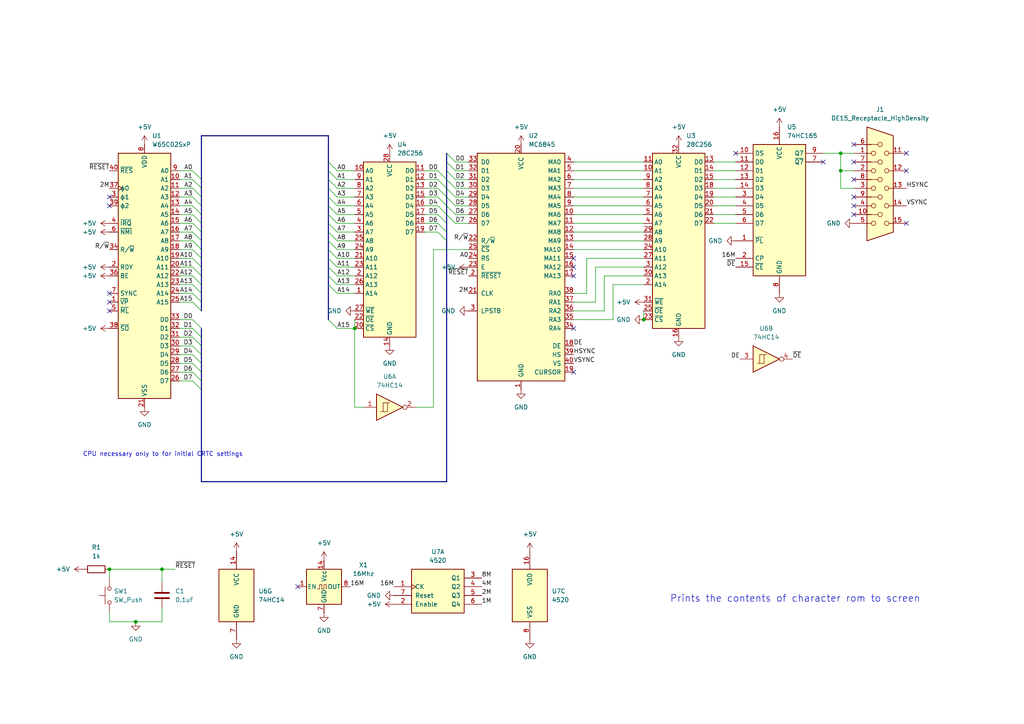
<source format=kicad_sch>
(kicad_sch (version 20231120) (generator "eeschema") (generator_version "8.0")
  (paper "A4")
  (lib_symbols
    (symbol "4xxx:4520" (pin_names (offset 1.016))
      (property "Reference" "U" (at -7.62 8.89 0))
      (property "Value" "4520" (at -7.62 -8.89 0))
      (symbol "4520_1_0"
        (pin input clock (at -12.7 0 0) (length 5.08) (name "CK") (number "1"))
        (pin input line (at -12.7 -5.08 0) (length 5.08) (name "Enable") (number "2"))
        (pin output line (at 12.7 2.54 180) (length 5.08) (name "Q1") (number "3"))
        (pin output line (at 12.7 0 180) (length 5.08) (name "Q2") (number "4"))
        (pin output line (at 12.7 -2.54 180) (length 5.08) (name "Q3") (number "5"))
        (pin output line (at 12.7 -5.08 180) (length 5.08) (name "Q4") (number "6"))
        (pin input line (at -12.7 -2.54 0) (length 5.08) (name "Reset") (number "7"))
      )
      (symbol "4520_1_1"
        (rectangle (start -7.62 5.08) (end 7.62 -7.62) (stroke (width 0.254)) (fill (type background)))
      )
      (symbol "4520_2_0"
        (pin input line (at -12.7 -5.08 0) (length 5.08) (name "Enable") (number "10"))
        (pin output line (at 12.7 2.54 180) (length 5.08) (name "Q1") (number "11"))
        (pin output line (at 12.7 0 180) (length 5.08) (name "Q2") (number "12"))
        (pin output line (at 12.7 -2.54 180) (length 5.08) (name "Q3") (number "13"))
        (pin output line (at 12.7 -5.08 180) (length 5.08) (name "Q4") (number "14"))
        (pin input line (at -12.7 -2.54 0) (length 5.08) (name "Reset") (number "15"))
        (pin input clock (at -12.7 0 0) (length 5.08) (name "CK") (number "9"))
      )
      (symbol "4520_2_1"
        (rectangle (start -7.62 5.08) (end 7.62 -7.62) (stroke (width 0.254)) (fill (type background)))
      )
      (symbol "4520_3_0"
        (pin power_in line (at 0 12.7 270) (length 5.08) (name "VDD") (number "16"))
        (pin power_in line (at 0 -12.7 90) (length 5.08) (name "VSS") (number "8"))
      )
      (symbol "4520_3_1"
        (rectangle (start -5.08 7.62) (end 5.08 -7.62) (stroke (width 0.254)) (fill (type background)))
      )
    )
    (symbol "74xx:74HC14" (pin_names (offset 1.016))
      (property "Reference" "U" (at 0 1.27 0))
      (property "Value" "74HC14" (at 0 -1.27 0))
      (symbol "74HC14_1_0"
        (polyline (pts (xy -3.81 3.81) (xy -3.81 -3.81) (xy 3.81 0) (xy -3.81 3.81)) (stroke (width 0.254)) (fill (type background)))
        (pin input line (at -7.62 0 0) (length 3.81) (name "~") (number "1"))
        (pin output inverted (at 7.62 0 180) (length 3.81) (name "~") (number "2"))
      )
      (symbol "74HC14_1_1"
        (polyline (pts (xy -1.905 -1.27) (xy -1.905 1.27) (xy -0.635 1.27)))
        (polyline (pts (xy -2.54 -1.27) (xy -0.635 -1.27) (xy -0.635 1.27) (xy 0 1.27)))
      )
      (symbol "74HC14_2_0"
        (polyline (pts (xy -3.81 3.81) (xy -3.81 -3.81) (xy 3.81 0) (xy -3.81 3.81)) (stroke (width 0.254)) (fill (type background)))
        (pin input line (at -7.62 0 0) (length 3.81) (name "~") (number "3"))
        (pin output inverted (at 7.62 0 180) (length 3.81) (name "~") (number "4"))
      )
      (symbol "74HC14_2_1"
        (polyline (pts (xy -1.905 -1.27) (xy -1.905 1.27) (xy -0.635 1.27)))
        (polyline (pts (xy -2.54 -1.27) (xy -0.635 -1.27) (xy -0.635 1.27) (xy 0 1.27)))
      )
      (symbol "74HC14_3_0"
        (polyline (pts (xy -3.81 3.81) (xy -3.81 -3.81) (xy 3.81 0) (xy -3.81 3.81)) (stroke (width 0.254)) (fill (type background)))
        (pin input line (at -7.62 0 0) (length 3.81) (name "~") (number "5"))
        (pin output inverted (at 7.62 0 180) (length 3.81) (name "~") (number "6"))
      )
      (symbol "74HC14_3_1"
        (polyline (pts (xy -1.905 -1.27) (xy -1.905 1.27) (xy -0.635 1.27)))
        (polyline (pts (xy -2.54 -1.27) (xy -0.635 -1.27) (xy -0.635 1.27) (xy 0 1.27)))
      )
      (symbol "74HC14_4_0"
        (polyline (pts (xy -3.81 3.81) (xy -3.81 -3.81) (xy 3.81 0) (xy -3.81 3.81)) (stroke (width 0.254)) (fill (type background)))
        (pin output inverted (at 7.62 0 180) (length 3.81) (name "~") (number "8"))
        (pin input line (at -7.62 0 0) (length 3.81) (name "~") (number "9"))
      )
      (symbol "74HC14_4_1"
        (polyline (pts (xy -1.905 -1.27) (xy -1.905 1.27) (xy -0.635 1.27)))
        (polyline (pts (xy -2.54 -1.27) (xy -0.635 -1.27) (xy -0.635 1.27) (xy 0 1.27)))
      )
      (symbol "74HC14_5_0"
        (polyline (pts (xy -3.81 3.81) (xy -3.81 -3.81) (xy 3.81 0) (xy -3.81 3.81)) (stroke (width 0.254)) (fill (type background)))
        (pin output inverted (at 7.62 0 180) (length 3.81) (name "~") (number "10"))
        (pin input line (at -7.62 0 0) (length 3.81) (name "~") (number "11"))
      )
      (symbol "74HC14_5_1"
        (polyline (pts (xy -1.905 -1.27) (xy -1.905 1.27) (xy -0.635 1.27)))
        (polyline (pts (xy -2.54 -1.27) (xy -0.635 -1.27) (xy -0.635 1.27) (xy 0 1.27)))
      )
      (symbol "74HC14_6_0"
        (polyline (pts (xy -3.81 3.81) (xy -3.81 -3.81) (xy 3.81 0) (xy -3.81 3.81)) (stroke (width 0.254)) (fill (type background)))
        (pin output inverted (at 7.62 0 180) (length 3.81) (name "~") (number "12"))
        (pin input line (at -7.62 0 0) (length 3.81) (name "~") (number "13"))
      )
      (symbol "74HC14_6_1"
        (polyline (pts (xy -1.905 -1.27) (xy -1.905 1.27) (xy -0.635 1.27)))
        (polyline (pts (xy -2.54 -1.27) (xy -0.635 -1.27) (xy -0.635 1.27) (xy 0 1.27)))
      )
      (symbol "74HC14_7_0"
        (pin power_in line (at 0 12.7 270) (length 5.08) (name "VCC") (number "14"))
        (pin power_in line (at 0 -12.7 90) (length 5.08) (name "GND") (number "7"))
      )
      (symbol "74HC14_7_1"
        (rectangle (start -5.08 7.62) (end 5.08 -7.62) (stroke (width 0.254)) (fill (type background)))
      )
    )
    (symbol "74xx:74HC165"
      (property "Reference" "U" (at -7.62 19.05 0))
      (property "Value" "74HC165" (at -7.62 -21.59 0))
      (symbol "74HC165_1_0"
        (pin input line (at -12.7 -10.16 0) (length 5.08) (name "~{PL}") (number "1"))
        (pin input line (at -12.7 15.24 0) (length 5.08) (name "DS") (number "10"))
        (pin input line (at -12.7 12.7 0) (length 5.08) (name "D0") (number "11"))
        (pin input line (at -12.7 10.16 0) (length 5.08) (name "D1") (number "12"))
        (pin input line (at -12.7 7.62 0) (length 5.08) (name "D2") (number "13"))
        (pin input line (at -12.7 5.08 0) (length 5.08) (name "D3") (number "14"))
        (pin input line (at -12.7 -17.78 0) (length 5.08) (name "~{CE}") (number "15"))
        (pin power_in line (at 0 22.86 270) (length 5.08) (name "VCC") (number "16"))
        (pin input line (at -12.7 -15.24 0) (length 5.08) (name "CP") (number "2"))
        (pin input line (at -12.7 2.54 0) (length 5.08) (name "D4") (number "3"))
        (pin input line (at -12.7 0 0) (length 5.08) (name "D5") (number "4"))
        (pin input line (at -12.7 -2.54 0) (length 5.08) (name "D6") (number "5"))
        (pin input line (at -12.7 -5.08 0) (length 5.08) (name "D7") (number "6"))
        (pin output line (at 12.7 12.7 180) (length 5.08) (name "~{Q7}") (number "7"))
        (pin power_in line (at 0 -25.4 90) (length 5.08) (name "GND") (number "8"))
        (pin output line (at 12.7 15.24 180) (length 5.08) (name "Q7") (number "9"))
      )
      (symbol "74HC165_1_1"
        (rectangle (start -7.62 17.78) (end 7.62 -20.32) (stroke (width 0.254)) (fill (type background)))
      )
    )
    (symbol "Connector:DE15_Receptacle_HighDensity" (pin_names (offset 1.016) hide)
      (property "Reference" "J" (at 0 21.59 0))
      (property "Value" "DE15_Receptacle_HighDensity" (at 0 19.05 0))
      (symbol "DE15_Receptacle_HighDensity_0_1"
        (circle (center -1.905 -10.16) (radius 0.635))
        (circle (center -1.905 -5.08) (radius 0.635))
        (circle (center -1.905 0) (radius 0.635))
        (circle (center -1.905 5.08) (radius 0.635))
        (circle (center -1.905 10.16) (radius 0.635))
        (circle (center 0 -7.62) (radius 0.635))
        (circle (center 0 -2.54) (radius 0.635))
        (polyline (pts (xy -3.175 7.62) (xy -0.635 7.62)))
        (polyline (pts (xy -0.635 -7.62) (xy -3.175 -7.62)))
        (polyline (pts (xy -0.635 -2.54) (xy -3.175 -2.54)))
        (polyline (pts (xy -0.635 2.54) (xy -3.175 2.54)))
        (polyline (pts (xy -0.635 12.7) (xy -3.175 12.7)))
        (polyline (pts (xy -3.81 17.78) (xy -3.81 -15.24) (xy 3.81 -12.7) (xy 3.81 15.24) (xy -3.81 17.78)) (stroke (width 0.254)) (fill (type background)))
        (circle (center 0 2.54) (radius 0.635))
        (circle (center 0 7.62) (radius 0.635))
        (circle (center 0 12.7) (radius 0.635))
        (circle (center 1.905 -10.16) (radius 0.635))
        (circle (center 1.905 -5.08) (radius 0.635))
        (circle (center 1.905 0) (radius 0.635))
        (circle (center 1.905 5.08) (radius 0.635))
        (circle (center 1.905 10.16) (radius 0.635))
      )
      (symbol "DE15_Receptacle_HighDensity_1_1"
        (pin passive line (at -7.62 10.16 0) (length 5.08) (name "~") (number "1"))
        (pin passive line (at -7.62 -7.62 0) (length 5.08) (name "~") (number "10"))
        (pin passive line (at 7.62 10.16 180) (length 5.08) (name "~") (number "11"))
        (pin passive line (at 7.62 5.08 180) (length 5.08) (name "~") (number "12"))
        (pin passive line (at 7.62 0 180) (length 5.08) (name "~") (number "13"))
        (pin passive line (at 7.62 -5.08 180) (length 5.08) (name "~") (number "14"))
        (pin passive line (at 7.62 -10.16 180) (length 5.08) (name "~") (number "15"))
        (pin passive line (at -7.62 5.08 0) (length 5.08) (name "~") (number "2"))
        (pin passive line (at -7.62 0 0) (length 5.08) (name "~") (number "3"))
        (pin passive line (at -7.62 -5.08 0) (length 5.08) (name "~") (number "4"))
        (pin passive line (at -7.62 -10.16 0) (length 5.08) (name "~") (number "5"))
        (pin passive line (at -7.62 12.7 0) (length 5.08) (name "~") (number "6"))
        (pin passive line (at -7.62 7.62 0) (length 5.08) (name "~") (number "7"))
        (pin passive line (at -7.62 2.54 0) (length 5.08) (name "~") (number "8"))
        (pin passive line (at -7.62 -2.54 0) (length 5.08) (name "~") (number "9"))
      )
    )
    (symbol "Device:C" (pin_numbers hide) (pin_names (offset 0.254))
      (property "Reference" "C" (at 0.635 2.54 0))
      (property "Value" "C" (at 0.635 -2.54 0))
      (symbol "C_0_1"
        (polyline (pts (xy -2.032 -0.762) (xy 2.032 -0.762)) (stroke (width 0.508)))
        (polyline (pts (xy -2.032 0.762) (xy 2.032 0.762)) (stroke (width 0.508)))
      )
      (symbol "C_1_1"
        (pin passive line (at 0 3.81 270) (length 2.794) (name "~") (number "1"))
        (pin passive line (at 0 -3.81 90) (length 2.794) (name "~") (number "2"))
      )
    )
    (symbol "Device:R" (pin_numbers hide) (pin_names (offset 0))
      (property "Reference" "R" (at 2.032 0 90))
      (property "Value" "R" (at 0 0 90))
      (symbol "R_0_1"
        (rectangle (start -1.016 -2.54) (end 1.016 2.54) (stroke (width 0.254)))
      )
      (symbol "R_1_1"
        (pin passive line (at 0 3.81 270) (length 1.27) (name "~") (number "1"))
        (pin passive line (at 0 -3.81 90) (length 1.27) (name "~") (number "2"))
      )
    )
    (symbol "Memory_EEPROM:28C256"
      (property "Reference" "U" (at -7.62 26.67 0))
      (property "Value" "28C256" (at 2.54 -26.67 0))
      (symbol "28C256_1_1"
        (rectangle (start -7.62 25.4) (end 7.62 -25.4) (stroke (width 0.254)) (fill (type background)))
        (pin input line (at -10.16 -12.7 0) (length 2.54) (name "A14") (number "1"))
        (pin input line (at -10.16 22.86 0) (length 2.54) (name "A0") (number "10"))
        (pin tri_state line (at 10.16 22.86 180) (length 2.54) (name "D0") (number "11"))
        (pin tri_state line (at 10.16 20.32 180) (length 2.54) (name "D1") (number "12"))
        (pin tri_state line (at 10.16 17.78 180) (length 2.54) (name "D2") (number "13"))
        (pin power_in line (at 0 -27.94 90) (length 2.54) (name "GND") (number "14"))
        (pin tri_state line (at 10.16 15.24 180) (length 2.54) (name "D3") (number "15"))
        (pin tri_state line (at 10.16 12.7 180) (length 2.54) (name "D4") (number "16"))
        (pin tri_state line (at 10.16 10.16 180) (length 2.54) (name "D5") (number "17"))
        (pin tri_state line (at 10.16 7.62 180) (length 2.54) (name "D6") (number "18"))
        (pin tri_state line (at 10.16 5.08 180) (length 2.54) (name "D7") (number "19"))
        (pin input line (at -10.16 -7.62 0) (length 2.54) (name "A12") (number "2"))
        (pin input line (at -10.16 -22.86 0) (length 2.54) (name "~{CS}") (number "20"))
        (pin input line (at -10.16 -2.54 0) (length 2.54) (name "A10") (number "21"))
        (pin input line (at -10.16 -20.32 0) (length 2.54) (name "~{OE}") (number "22"))
        (pin input line (at -10.16 -5.08 0) (length 2.54) (name "A11") (number "23"))
        (pin input line (at -10.16 0 0) (length 2.54) (name "A9") (number "24"))
        (pin input line (at -10.16 2.54 0) (length 2.54) (name "A8") (number "25"))
        (pin input line (at -10.16 -10.16 0) (length 2.54) (name "A13") (number "26"))
        (pin input line (at -10.16 -17.78 0) (length 2.54) (name "~{WE}") (number "27"))
        (pin power_in line (at 0 27.94 270) (length 2.54) (name "VCC") (number "28"))
        (pin input line (at -10.16 5.08 0) (length 2.54) (name "A7") (number "3"))
        (pin input line (at -10.16 7.62 0) (length 2.54) (name "A6") (number "4"))
        (pin input line (at -10.16 10.16 0) (length 2.54) (name "A5") (number "5"))
        (pin input line (at -10.16 12.7 0) (length 2.54) (name "A4") (number "6"))
        (pin input line (at -10.16 15.24 0) (length 2.54) (name "A3") (number "7"))
        (pin input line (at -10.16 17.78 0) (length 2.54) (name "A2") (number "8"))
        (pin input line (at -10.16 20.32 0) (length 2.54) (name "A1") (number "9"))
      )
    )
    (symbol "Oscillator:CXO_DIP14" (pin_names (offset 0.254))
      (property "Reference" "X" (at -5.08 6.35 0))
      (property "Value" "CXO_DIP14" (at 1.27 -6.35 0))
      (symbol "CXO_DIP14_0_1"
        (rectangle (start -5.08 5.08) (end 5.08 -5.08) (stroke (width 0.254)) (fill (type background)))
        (polyline (pts (xy -1.905 -0.635) (xy -1.27 -0.635) (xy -1.27 0.635) (xy -0.635 0.635) (xy -0.635 -0.635) (xy 0 -0.635) (xy 0 0.635) (xy 0.635 0.635) (xy 0.635 -0.635)))
      )
      (symbol "CXO_DIP14_1_1"
        (pin input line (at -7.62 0 0) (length 2.54) (name "EN") (number "1"))
        (pin power_in line (at 0 7.62 270) (length 2.54) (name "Vcc") (number "14"))
        (pin power_in line (at 0 -7.62 90) (length 2.54) (name "GND") (number "7"))
        (pin output line (at 7.62 0 180) (length 2.54) (name "OUT") (number "8"))
      )
    )
    (symbol "Switch:SW_Push" (pin_numbers hide) (pin_names (offset 1.016) hide)
      (property "Reference" "SW" (at 1.27 2.54 0))
      (property "Value" "SW_Push" (at 0 -1.524 0))
      (symbol "SW_Push_0_1"
        (circle (center -2.032 0) (radius 0.508))
        (polyline (pts (xy 0 1.27) (xy 0 3.048)))
        (polyline (pts (xy 2.54 1.27) (xy -2.54 1.27)))
        (circle (center 2.032 0) (radius 0.508))
        (pin passive line (at -5.08 0 0) (length 2.54) (name "1") (number "1"))
        (pin passive line (at 5.08 0 180) (length 2.54) (name "2") (number "2"))
      )
    )
    (symbol "george:28C256"
      (property "Reference" "U3" (at 2.1941 30.48 0))
      (property "Value" "28C256" (at 2.1941 27.94 0))
      (symbol "28C256_1_1"
        (rectangle (start -7.62 25.4) (end 7.62 -25.4) (stroke (width 0.254)) (fill (type background)))
        (pin input line (at -10.16 20.32 0) (length 2.54) (name "A1") (number "10"))
        (pin input line (at -10.16 22.86 0) (length 2.54) (name "A0") (number "11"))
        (pin tri_state line (at 10.16 22.86 180) (length 2.54) (name "D0") (number "13"))
        (pin tri_state line (at 10.16 20.32 180) (length 2.54) (name "D1") (number "14"))
        (pin tri_state line (at 10.16 17.78 180) (length 2.54) (name "D2") (number "15"))
        (pin power_in line (at 0 -27.94 90) (length 2.54) (name "GND") (number "16"))
        (pin tri_state line (at 10.16 15.24 180) (length 2.54) (name "D3") (number "18"))
        (pin tri_state line (at 10.16 12.7 180) (length 2.54) (name "D4") (number "19"))
        (pin input line (at -10.16 -12.7 0) (length 2.54) (name "A14") (number "2"))
        (pin tri_state line (at 10.16 10.16 180) (length 2.54) (name "D5") (number "20"))
        (pin tri_state line (at 10.16 7.62 180) (length 2.54) (name "D6") (number "21"))
        (pin tri_state line (at 10.16 5.08 180) (length 2.54) (name "D7") (number "22"))
        (pin input line (at -10.16 -22.86 0) (length 2.54) (name "~{CS}") (number "23"))
        (pin input line (at -10.16 -2.54 0) (length 2.54) (name "A10") (number "24"))
        (pin input line (at -10.16 -20.32 0) (length 2.54) (name "~{OE}") (number "25"))
        (pin input line (at -10.16 -5.08 0) (length 2.54) (name "A11") (number "27"))
        (pin input line (at -10.16 0 0) (length 2.54) (name "A9") (number "28"))
        (pin input line (at -10.16 2.54 0) (length 2.54) (name "A8") (number "29"))
        (pin input line (at -10.16 -7.62 0) (length 2.54) (name "A12") (number "3"))
        (pin input line (at -10.16 -10.16 0) (length 2.54) (name "A13") (number "30"))
        (pin input line (at -10.16 -17.78 0) (length 2.54) (name "~{WE}") (number "31"))
        (pin power_in line (at 0 27.94 270) (length 2.54) (name "VCC") (number "32"))
        (pin input line (at -10.16 5.08 0) (length 2.54) (name "A7") (number "4"))
        (pin input line (at -10.16 7.62 0) (length 2.54) (name "A6") (number "5"))
        (pin input line (at -10.16 10.16 0) (length 2.54) (name "A5") (number "6"))
        (pin input line (at -10.16 12.7 0) (length 2.54) (name "A4") (number "7"))
        (pin input line (at -10.16 15.24 0) (length 2.54) (name "A3") (number "8"))
        (pin input line (at -10.16 17.78 0) (length 2.54) (name "A2") (number "9"))
      )
    )
    (symbol "george:MC6845" (pin_names (offset 1.016))
      (property "Reference" "U" (at -10.16 34.29 0))
      (property "Value" "MC6845" (at 12.7 34.29 0))
      (symbol "MC6845_0_1"
        (rectangle (start -12.7 -33.02) (end 12.7 33.02) (stroke (width 0.254)) (fill (type background)))
      )
      (symbol "MC6845_1_1"
        (pin power_in line (at 0 -35.56 90) (length 2.54) (name "GND") (number "1"))
        (pin output line (at 15.24 15.24 180) (length 2.54) (name "MA6") (number "10"))
        (pin output line (at 15.24 12.7 180) (length 2.54) (name "MA7") (number "11"))
        (pin output line (at 15.24 10.16 180) (length 2.54) (name "MA8") (number "12"))
        (pin output line (at 15.24 7.62 180) (length 2.54) (name "MA9") (number "13"))
        (pin output line (at 15.24 5.08 180) (length 2.54) (name "MA10") (number "14"))
        (pin output line (at 15.24 2.54 180) (length 2.54) (name "MA11") (number "15"))
        (pin output line (at 15.24 0 180) (length 2.54) (name "MA12") (number "16"))
        (pin output line (at 15.24 -2.54 180) (length 2.54) (name "MA13") (number "17"))
        (pin output line (at 15.24 -22.86 180) (length 2.54) (name "DE") (number "18"))
        (pin output line (at 15.24 -30.48 180) (length 2.54) (name "CURSOR") (number "19"))
        (pin input line (at -15.24 -2.54 0) (length 2.54) (name "~{RESET}") (number "2"))
        (pin power_in line (at 0 35.56 270) (length 2.54) (name "VCC") (number "20"))
        (pin input line (at -15.24 -7.62 0) (length 2.54) (name "CLK") (number "21"))
        (pin input line (at -15.24 7.62 0) (length 2.54) (name "R/~{W}") (number "22"))
        (pin input line (at -15.24 0 0) (length 2.54) (name "E") (number "23"))
        (pin input line (at -15.24 2.54 0) (length 2.54) (name "RS") (number "24"))
        (pin input line (at -15.24 5.08 0) (length 2.54) (name "~{CS}") (number "25"))
        (pin bidirectional line (at -15.24 12.7 0) (length 2.54) (name "D7") (number "26"))
        (pin bidirectional line (at -15.24 15.24 0) (length 2.54) (name "D6") (number "27"))
        (pin bidirectional line (at -15.24 17.78 0) (length 2.54) (name "D5") (number "28"))
        (pin bidirectional line (at -15.24 20.32 0) (length 2.54) (name "D4") (number "29"))
        (pin input line (at -15.24 -12.7 0) (length 2.54) (name "LPSTB") (number "3"))
        (pin bidirectional line (at -15.24 22.86 0) (length 2.54) (name "D3") (number "30"))
        (pin bidirectional line (at -15.24 25.4 0) (length 2.54) (name "D2") (number "31"))
        (pin bidirectional line (at -15.24 27.94 0) (length 2.54) (name "D1") (number "32"))
        (pin bidirectional line (at -15.24 30.48 0) (length 2.54) (name "D0") (number "33"))
        (pin output line (at 15.24 -17.78 180) (length 2.54) (name "RA4") (number "34"))
        (pin output line (at 15.24 -15.24 180) (length 2.54) (name "RA3") (number "35"))
        (pin output line (at 15.24 -12.7 180) (length 2.54) (name "RA2") (number "36"))
        (pin output line (at 15.24 -10.16 180) (length 2.54) (name "RA1") (number "37"))
        (pin output line (at 15.24 -7.62 180) (length 2.54) (name "RA0") (number "38"))
        (pin output line (at 15.24 -25.4 180) (length 2.54) (name "HS") (number "39"))
        (pin output line (at 15.24 30.48 180) (length 2.54) (name "MA0") (number "4"))
        (pin output line (at 15.24 -27.94 180) (length 2.54) (name "VS") (number "40"))
        (pin output line (at 15.24 27.94 180) (length 2.54) (name "MA1") (number "5"))
        (pin output line (at 15.24 25.4 180) (length 2.54) (name "MA2") (number "6"))
        (pin output line (at 15.24 22.86 180) (length 2.54) (name "MA3") (number "7"))
        (pin output line (at 15.24 20.32 180) (length 2.54) (name "MA4") (number "8"))
        (pin output line (at 15.24 17.78 180) (length 2.54) (name "MA5") (number "9"))
      )
    )
    (symbol "george:W65C02SxP"
      (property "Reference" "U" (at 2.54 40.64 0))
      (property "Value" "W65C02SxP" (at 2.54 38.1 0))
      (symbol "W65C02SxP_0_1"
        (rectangle (start -7.62 35.56) (end 7.62 -35.56) (stroke (width 0.254)) (fill (type background)))
      )
      (symbol "W65C02SxP_1_1"
        (pin output line (at -10.16 -7.62 0) (length 2.54) (name "~{VP}") (number "1"))
        (pin tri_state line (at 10.16 27.94 180) (length 2.54) (name "A1") (number "10"))
        (pin tri_state line (at 10.16 25.4 180) (length 2.54) (name "A2") (number "11"))
        (pin tri_state line (at 10.16 22.86 180) (length 2.54) (name "A3") (number "12"))
        (pin tri_state line (at 10.16 20.32 180) (length 2.54) (name "A4") (number "13"))
        (pin tri_state line (at 10.16 17.78 180) (length 2.54) (name "A5") (number "14"))
        (pin tri_state line (at 10.16 15.24 180) (length 2.54) (name "A6") (number "15"))
        (pin tri_state line (at 10.16 12.7 180) (length 2.54) (name "A7") (number "16"))
        (pin tri_state line (at 10.16 10.16 180) (length 2.54) (name "A8") (number "17"))
        (pin tri_state line (at 10.16 7.62 180) (length 2.54) (name "A9") (number "18"))
        (pin tri_state line (at 10.16 5.08 180) (length 2.54) (name "A10") (number "19"))
        (pin open_collector line (at -10.16 2.54 0) (length 2.54) (name "RDY") (number "2"))
        (pin tri_state line (at 10.16 2.54 180) (length 2.54) (name "A11") (number "20"))
        (pin power_in line (at 0 -38.1 90) (length 2.54) (name "VSS") (number "21"))
        (pin tri_state line (at 10.16 0 180) (length 2.54) (name "A12") (number "22"))
        (pin tri_state line (at 10.16 -2.54 180) (length 2.54) (name "A13") (number "23"))
        (pin tri_state line (at 10.16 -5.08 180) (length 2.54) (name "A14") (number "24"))
        (pin tri_state line (at 10.16 -7.62 180) (length 2.54) (name "A15") (number "25"))
        (pin bidirectional line (at 10.16 -30.48 180) (length 2.54) (name "D7") (number "26"))
        (pin bidirectional line (at 10.16 -27.94 180) (length 2.54) (name "D6") (number "27"))
        (pin bidirectional line (at 10.16 -25.4 180) (length 2.54) (name "D5") (number "28"))
        (pin bidirectional line (at 10.16 -22.86 180) (length 2.54) (name "D4") (number "29"))
        (pin output line (at -10.16 22.86 0) (length 2.54) (name "ϕ1") (number "3"))
        (pin bidirectional line (at 10.16 -20.32 180) (length 2.54) (name "D3") (number "30"))
        (pin bidirectional line (at 10.16 -17.78 180) (length 2.54) (name "D2") (number "31"))
        (pin bidirectional line (at 10.16 -15.24 180) (length 2.54) (name "D1") (number "32"))
        (pin bidirectional line (at 10.16 -12.7 180) (length 2.54) (name "D0") (number "33"))
        (pin tri_state line (at -10.16 7.62 0) (length 2.54) (name "R/~{W}") (number "34"))
        (pin no_connect non_logic (at -7.62 -30.48 0) (length 2.54) hide (name "nc") (number "35"))
        (pin input line (at -10.16 0 0) (length 2.54) (name "BE") (number "36"))
        (pin input clock (at -10.16 25.4 0) (length 2.54) (name "ϕ0") (number "37"))
        (pin input line (at -10.16 -15.24 0) (length 2.54) (name "~{SO}") (number "38"))
        (pin output line (at -10.16 20.32 0) (length 2.54) (name "ϕ2") (number "39"))
        (pin input line (at -10.16 15.24 0) (length 2.54) (name "~{IRQ}") (number "4"))
        (pin input line (at -10.16 30.48 0) (length 2.54) (name "~{RES}") (number "40"))
        (pin output line (at -10.16 -10.16 0) (length 2.54) (name "~{ML}") (number "5"))
        (pin input line (at -10.16 12.7 0) (length 2.54) (name "~{NMI}") (number "6"))
        (pin output line (at -10.16 -5.08 0) (length 2.54) (name "SYNC") (number "7"))
        (pin power_in line (at 0 38.1 270) (length 2.54) (name "VDD") (number "8"))
        (pin tri_state line (at 10.16 30.48 180) (length 2.54) (name "A0") (number "9"))
      )
    )
    (symbol "power:+5V" (power) (pin_numbers hide) (pin_names (offset 0) hide)
      (property "Value" "+5V" (at 0 3.556 0))
      (symbol "+5V_0_1"
        (polyline (pts (xy -0.762 1.27) (xy 0 2.54)))
        (polyline (pts (xy 0 0) (xy 0 2.54)))
        (polyline (pts (xy 0 2.54) (xy 0.762 1.27)))
      )
      (symbol "+5V_1_1"
        (pin power_in line (at 0 0 90) (length 0) (name "~") (number "1"))
      )
    )
    (symbol "power:GND" (power) (pin_numbers hide) (pin_names (offset 0) hide)
      (property "Value" "GND" (at 0 -3.81 0))
      (symbol "GND_0_1"
        (polyline (pts (xy 0 0) (xy 0 -1.27) (xy 1.27 -1.27) (xy 0 -2.54) (xy -1.27 -1.27) (xy 0 -1.27)))
      )
      (symbol "GND_1_1"
        (pin power_in line (at 0 0 270) (length 0) (name "~") (number "1"))
      )
    )
  )
  (junction (at 243.84 44.45))
  (junction (at 46.99 165.1))
  (junction (at 186.69 92.71))
  (junction (at 102.87 95.25))
  (junction (at 39.37 180.34))
  (junction (at 243.84 49.53))
  (junction (at 31.75 165.1))
  (no_connect (at 247.65 57.15))
  (no_connect (at 166.37 77.47))
  (no_connect (at 247.65 59.69))
  (no_connect (at 31.75 57.15))
  (no_connect (at 31.75 59.69))
  (no_connect (at 166.37 74.93))
  (no_connect (at 247.65 46.99))
  (no_connect (at 31.75 90.17))
  (no_connect (at 166.37 80.01))
  (no_connect (at 247.65 41.91))
  (no_connect (at 262.89 64.77))
  (no_connect (at 247.65 52.07))
  (no_connect (at 166.37 107.95))
  (no_connect (at 238.76 46.99))
  (no_connect (at 262.89 44.45))
  (no_connect (at 213.36 44.45))
  (no_connect (at 31.75 85.09))
  (no_connect (at 247.65 62.23))
  (no_connect (at 262.89 49.53))
  (no_connect (at 166.37 95.25))
  (no_connect (at 86.36 170.18))
  (no_connect (at 31.75 87.63))
  (bus_entry (at 55.88 77.47) (size 2.54 2.54))
  (bus_entry (at 95.25 46.99) (size 2.54 2.54))
  (bus_entry (at 55.88 67.31) (size 2.54 2.54))
  (bus_entry (at 95.25 54.61) (size 2.54 2.54))
  (bus_entry (at 95.25 92.71) (size 2.54 2.54))
  (bus_entry (at 127 54.61) (size 2.54 2.54))
  (bus_entry (at 95.25 74.93) (size 2.54 2.54))
  (bus_entry (at 127 64.77) (size 2.54 2.54))
  (bus_entry (at 55.88 72.39) (size 2.54 2.54))
  (bus_entry (at 129.54 52.07) (size 2.54 2.54))
  (bus_entry (at 129.54 44.45) (size 2.54 2.54))
  (bus_entry (at 55.88 105.41) (size 2.54 2.54))
  (bus_entry (at 55.88 85.09) (size 2.54 2.54))
  (bus_entry (at 55.88 69.85) (size 2.54 2.54))
  (bus_entry (at 55.88 95.25) (size 2.54 2.54))
  (bus_entry (at 95.25 67.31) (size 2.54 2.54))
  (bus_entry (at 95.25 80.01) (size 2.54 2.54))
  (bus_entry (at 95.25 62.23) (size 2.54 2.54))
  (bus_entry (at 95.25 72.39) (size 2.54 2.54))
  (bus_entry (at 55.88 59.69) (size 2.54 2.54))
  (bus_entry (at 55.88 57.15) (size 2.54 2.54))
  (bus_entry (at 127 57.15) (size 2.54 2.54))
  (bus_entry (at 127 62.23) (size 2.54 2.54))
  (bus_entry (at 129.54 46.99) (size 2.54 2.54))
  (bus_entry (at 127 67.31) (size 2.54 2.54))
  (bus_entry (at 55.88 87.63) (size 2.54 2.54))
  (bus_entry (at 55.88 110.49) (size 2.54 2.54))
  (bus_entry (at 55.88 107.95) (size 2.54 2.54))
  (bus_entry (at 55.88 100.33) (size 2.54 2.54))
  (bus_entry (at 55.88 64.77) (size 2.54 2.54))
  (bus_entry (at 55.88 82.55) (size 2.54 2.54))
  (bus_entry (at 95.25 82.55) (size 2.54 2.54))
  (bus_entry (at 129.54 59.69) (size 2.54 2.54))
  (bus_entry (at 55.88 92.71) (size 2.54 2.54))
  (bus_entry (at 129.54 49.53) (size 2.54 2.54))
  (bus_entry (at 95.25 69.85) (size 2.54 2.54))
  (bus_entry (at 95.25 52.07) (size 2.54 2.54))
  (bus_entry (at 127 49.53) (size 2.54 2.54))
  (bus_entry (at 55.88 49.53) (size 2.54 2.54))
  (bus_entry (at 95.25 49.53) (size 2.54 2.54))
  (bus_entry (at 95.25 77.47) (size 2.54 2.54))
  (bus_entry (at 55.88 62.23) (size 2.54 2.54))
  (bus_entry (at 55.88 52.07) (size 2.54 2.54))
  (bus_entry (at 55.88 54.61) (size 2.54 2.54))
  (bus_entry (at 127 52.07) (size 2.54 2.54))
  (bus_entry (at 129.54 62.23) (size 2.54 2.54))
  (bus_entry (at 55.88 80.01) (size 2.54 2.54))
  (bus_entry (at 55.88 97.79) (size 2.54 2.54))
  (bus_entry (at 129.54 57.15) (size 2.54 2.54))
  (bus_entry (at 95.25 59.69) (size 2.54 2.54))
  (bus_entry (at 129.54 54.61) (size 2.54 2.54))
  (bus_entry (at 127 59.69) (size 2.54 2.54))
  (bus_entry (at 55.88 74.93) (size 2.54 2.54))
  (bus_entry (at 55.88 102.87) (size 2.54 2.54))
  (bus_entry (at 95.25 64.77) (size 2.54 2.54))
  (bus_entry (at 95.25 57.15) (size 2.54 2.54))
  (wire (pts (xy 123.19 67.31) (xy 127 67.31)))
  (bus (pts (xy 95.25 57.15) (xy 95.25 59.69)))
  (wire (pts (xy 31.75 165.1) (xy 31.75 167.64)))
  (wire (pts (xy 52.07 77.47) (xy 55.88 77.47)))
  (wire (pts (xy 46.99 176.53) (xy 46.99 180.34)))
  (wire (pts (xy 31.75 177.8) (xy 31.75 180.34)))
  (wire (pts (xy 177.8 92.71) (xy 177.8 82.55)))
  (bus (pts (xy 58.42 113.03) (xy 58.42 139.7)))
  (wire (pts (xy 52.07 92.71) (xy 55.88 92.71)))
  (wire (pts (xy 97.79 69.85) (xy 102.87 69.85)))
  (wire (pts (xy 132.08 54.61) (xy 135.89 54.61)))
  (wire (pts (xy 166.37 69.85) (xy 186.69 69.85)))
  (bus (pts (xy 129.54 54.61) (xy 129.54 52.07)))
  (bus (pts (xy 95.25 74.93) (xy 95.25 77.47)))
  (bus (pts (xy 95.25 69.85) (xy 95.25 72.39)))
  (wire (pts (xy 243.84 54.61) (xy 247.65 54.61)))
  (bus (pts (xy 95.25 77.47) (xy 95.25 80.01)))
  (wire (pts (xy 97.79 62.23) (xy 102.87 62.23)))
  (wire (pts (xy 52.07 100.33) (xy 55.88 100.33)))
  (bus (pts (xy 129.54 62.23) (xy 129.54 59.69)))
  (wire (pts (xy 52.07 85.09) (xy 55.88 85.09)))
  (wire (pts (xy 177.8 82.55) (xy 186.69 82.55)))
  (bus (pts (xy 129.54 49.53) (xy 129.54 46.99)))
  (wire (pts (xy 166.37 49.53) (xy 186.69 49.53)))
  (wire (pts (xy 166.37 52.07) (xy 186.69 52.07)))
  (bus (pts (xy 58.42 80.01) (xy 58.42 77.47)))
  (bus (pts (xy 58.42 139.7) (xy 129.54 139.7)))
  (wire (pts (xy 243.84 49.53) (xy 243.84 54.61)))
  (wire (pts (xy 166.37 90.17) (xy 175.26 90.17)))
  (wire (pts (xy 31.75 165.1) (xy 46.99 165.1)))
  (wire (pts (xy 52.07 74.93) (xy 55.88 74.93)))
  (bus (pts (xy 95.25 54.61) (xy 95.25 57.15)))
  (bus (pts (xy 58.42 82.55) (xy 58.42 80.01)))
  (bus (pts (xy 58.42 87.63) (xy 58.42 90.17)))
  (bus (pts (xy 95.25 52.07) (xy 95.25 54.61)))
  (wire (pts (xy 207.01 62.23) (xy 213.36 62.23)))
  (wire (pts (xy 52.07 80.01) (xy 55.88 80.01)))
  (bus (pts (xy 129.54 64.77) (xy 129.54 62.23)))
  (wire (pts (xy 125.73 72.39) (xy 135.89 72.39)))
  (wire (pts (xy 166.37 57.15) (xy 186.69 57.15)))
  (wire (pts (xy 52.07 67.31) (xy 55.88 67.31)))
  (bus (pts (xy 58.42 95.25) (xy 58.42 97.79)))
  (wire (pts (xy 102.87 95.25) (xy 102.87 118.11)))
  (wire (pts (xy 46.99 165.1) (xy 50.8 165.1)))
  (wire (pts (xy 97.79 67.31) (xy 102.87 67.31)))
  (wire (pts (xy 238.76 44.45) (xy 243.84 44.45)))
  (wire (pts (xy 46.99 165.1) (xy 46.99 168.91)))
  (wire (pts (xy 175.26 80.01) (xy 186.69 80.01)))
  (wire (pts (xy 97.79 52.07) (xy 102.87 52.07)))
  (wire (pts (xy 207.01 49.53) (xy 213.36 49.53)))
  (wire (pts (xy 52.07 69.85) (xy 55.88 69.85)))
  (bus (pts (xy 58.42 110.49) (xy 58.42 113.03)))
  (bus (pts (xy 58.42 59.69) (xy 58.42 57.15)))
  (wire (pts (xy 132.08 46.99) (xy 135.89 46.99)))
  (bus (pts (xy 58.42 107.95) (xy 58.42 110.49)))
  (bus (pts (xy 58.42 39.37) (xy 95.25 39.37)))
  (wire (pts (xy 207.01 54.61) (xy 213.36 54.61)))
  (wire (pts (xy 170.18 85.09) (xy 170.18 74.93)))
  (bus (pts (xy 58.42 100.33) (xy 58.42 102.87)))
  (wire (pts (xy 52.07 62.23) (xy 55.88 62.23)))
  (bus (pts (xy 129.54 59.69) (xy 129.54 57.15)))
  (wire (pts (xy 52.07 72.39) (xy 55.88 72.39)))
  (wire (pts (xy 120.65 118.11) (xy 125.73 118.11)))
  (bus (pts (xy 129.54 69.85) (xy 129.54 67.31)))
  (wire (pts (xy 39.37 180.34) (xy 46.99 180.34)))
  (wire (pts (xy 207.01 52.07) (xy 213.36 52.07)))
  (bus (pts (xy 129.54 44.45) (xy 129.54 46.99)))
  (wire (pts (xy 123.19 64.77) (xy 127 64.77)))
  (bus (pts (xy 129.54 57.15) (xy 129.54 54.61)))
  (wire (pts (xy 52.07 95.25) (xy 55.88 95.25)))
  (wire (pts (xy 52.07 49.53) (xy 55.88 49.53)))
  (bus (pts (xy 129.54 67.31) (xy 129.54 64.77)))
  (bus (pts (xy 58.42 52.07) (xy 58.42 39.37)))
  (wire (pts (xy 166.37 62.23) (xy 186.69 62.23)))
  (wire (pts (xy 166.37 92.71) (xy 177.8 92.71)))
  (bus (pts (xy 58.42 77.47) (xy 58.42 74.93)))
  (wire (pts (xy 132.08 62.23) (xy 135.89 62.23)))
  (wire (pts (xy 97.79 72.39) (xy 102.87 72.39)))
  (wire (pts (xy 97.79 54.61) (xy 102.87 54.61)))
  (bus (pts (xy 95.25 67.31) (xy 95.25 69.85)))
  (bus (pts (xy 58.42 72.39) (xy 58.42 69.85)))
  (wire (pts (xy 166.37 87.63) (xy 172.72 87.63)))
  (wire (pts (xy 52.07 82.55) (xy 55.88 82.55)))
  (wire (pts (xy 97.79 77.47) (xy 102.87 77.47)))
  (bus (pts (xy 58.42 57.15) (xy 58.42 54.61)))
  (wire (pts (xy 132.08 57.15) (xy 135.89 57.15)))
  (bus (pts (xy 129.54 69.85) (xy 129.54 139.7)))
  (wire (pts (xy 52.07 97.79) (xy 55.88 97.79)))
  (wire (pts (xy 97.79 49.53) (xy 102.87 49.53)))
  (bus (pts (xy 58.42 64.77) (xy 58.42 62.23)))
  (wire (pts (xy 52.07 57.15) (xy 55.88 57.15)))
  (wire (pts (xy 123.19 57.15) (xy 127 57.15)))
  (wire (pts (xy 52.07 102.87) (xy 55.88 102.87)))
  (wire (pts (xy 97.79 80.01) (xy 102.87 80.01)))
  (wire (pts (xy 186.69 90.17) (xy 186.69 92.71)))
  (wire (pts (xy 52.07 87.63) (xy 55.88 87.63)))
  (wire (pts (xy 123.19 62.23) (xy 127 62.23)))
  (wire (pts (xy 123.19 54.61) (xy 127 54.61)))
  (bus (pts (xy 129.54 52.07) (xy 129.54 49.53)))
  (wire (pts (xy 132.08 64.77) (xy 135.89 64.77)))
  (wire (pts (xy 207.01 57.15) (xy 213.36 57.15)))
  (bus (pts (xy 95.25 59.69) (xy 95.25 62.23)))
  (wire (pts (xy 31.75 180.34) (xy 39.37 180.34)))
  (wire (pts (xy 52.07 64.77) (xy 55.88 64.77)))
  (wire (pts (xy 52.07 107.95) (xy 55.88 107.95)))
  (wire (pts (xy 207.01 64.77) (xy 213.36 64.77)))
  (wire (pts (xy 123.19 52.07) (xy 127 52.07)))
  (wire (pts (xy 97.79 59.69) (xy 102.87 59.69)))
  (wire (pts (xy 52.07 52.07) (xy 55.88 52.07)))
  (wire (pts (xy 243.84 44.45) (xy 243.84 49.53)))
  (wire (pts (xy 166.37 64.77) (xy 186.69 64.77)))
  (wire (pts (xy 97.79 64.77) (xy 102.87 64.77)))
  (wire (pts (xy 175.26 90.17) (xy 175.26 80.01)))
  (wire (pts (xy 132.08 49.53) (xy 135.89 49.53)))
  (bus (pts (xy 58.42 74.93) (xy 58.42 72.39)))
  (bus (pts (xy 58.42 105.41) (xy 58.42 107.95)))
  (wire (pts (xy 166.37 46.99) (xy 186.69 46.99)))
  (wire (pts (xy 170.18 74.93) (xy 186.69 74.93)))
  (wire (pts (xy 166.37 59.69) (xy 186.69 59.69)))
  (bus (pts (xy 95.25 64.77) (xy 95.25 67.31)))
  (wire (pts (xy 102.87 118.11) (xy 105.41 118.11)))
  (bus (pts (xy 95.25 80.01) (xy 95.25 82.55)))
  (wire (pts (xy 166.37 54.61) (xy 186.69 54.61)))
  (bus (pts (xy 58.42 54.61) (xy 58.42 52.07)))
  (bus (pts (xy 58.42 102.87) (xy 58.42 105.41)))
  (bus (pts (xy 58.42 85.09) (xy 58.42 87.63)))
  (wire (pts (xy 123.19 49.53) (xy 127 49.53)))
  (wire (pts (xy 132.08 59.69) (xy 135.89 59.69)))
  (wire (pts (xy 52.07 54.61) (xy 55.88 54.61)))
  (bus (pts (xy 58.42 97.79) (xy 58.42 100.33)))
  (wire (pts (xy 243.84 44.45) (xy 247.65 44.45)))
  (wire (pts (xy 97.79 82.55) (xy 102.87 82.55)))
  (bus (pts (xy 95.25 72.39) (xy 95.25 74.93)))
  (wire (pts (xy 132.08 52.07) (xy 135.89 52.07)))
  (wire (pts (xy 207.01 46.99) (xy 213.36 46.99)))
  (wire (pts (xy 97.79 95.25) (xy 102.87 95.25)))
  (wire (pts (xy 52.07 110.49) (xy 55.88 110.49)))
  (wire (pts (xy 243.84 49.53) (xy 247.65 49.53)))
  (wire (pts (xy 123.19 59.69) (xy 127 59.69)))
  (wire (pts (xy 207.01 59.69) (xy 213.36 59.69)))
  (bus (pts (xy 95.25 39.37) (xy 95.25 46.99)))
  (bus (pts (xy 58.42 69.85) (xy 58.42 67.31)))
  (wire (pts (xy 172.72 87.63) (xy 172.72 77.47)))
  (wire (pts (xy 52.07 105.41) (xy 55.88 105.41)))
  (wire (pts (xy 125.73 118.11) (xy 125.73 72.39)))
  (wire (pts (xy 97.79 85.09) (xy 102.87 85.09)))
  (wire (pts (xy 52.07 59.69) (xy 55.88 59.69)))
  (wire (pts (xy 166.37 67.31) (xy 186.69 67.31)))
  (bus (pts (xy 58.42 67.31) (xy 58.42 64.77)))
  (bus (pts (xy 95.25 46.99) (xy 95.25 49.53)))
  (wire (pts (xy 97.79 74.93) (xy 102.87 74.93)))
  (wire (pts (xy 172.72 77.47) (xy 186.69 77.47)))
  (bus (pts (xy 95.25 49.53) (xy 95.25 52.07)))
  (bus (pts (xy 58.42 82.55) (xy 58.42 85.09)))
  (wire (pts (xy 166.37 72.39) (xy 186.69 72.39)))
  (bus (pts (xy 95.25 82.55) (xy 95.25 92.71)))
  (bus (pts (xy 58.42 62.23) (xy 58.42 59.69)))
  (wire (pts (xy 166.37 85.09) (xy 170.18 85.09)))
  (bus (pts (xy 95.25 62.23) (xy 95.25 64.77)))
  (wire (pts (xy 97.79 57.15) (xy 102.87 57.15)))
  (wire (pts (xy 102.87 92.71) (xy 102.87 95.25)))
  (text "CPU necessary only to for initial CRTC settings" (at 47.244 131.826 0) (effects (font (size 1.27 1.27))))
  (text "Prints the contents of character rom to screen" (at 230.632 173.736 0) (effects (font (size 2 2))))
  (label "A4" (at 55.88 59.69 180))
  (label "~{DE}" (at 213.36 77.47 180))
  (label "D3" (at 55.88 100.33 180))
  (label "A6" (at 97.79 64.77 0))
  (label "A11" (at 55.88 77.47 180))
  (label "D0" (at 55.88 92.71 180))
  (label "A9" (at 55.88 72.39 180))
  (label "D7" (at 55.88 110.49 180))
  (label "A10" (at 97.79 74.93 0))
  (label "D7" (at 127 67.31 180))
  (label "~{RESET}" (at 31.75 49.53 180))
  (label "1M" (at 139.7 175.26 0))
  (label "~{RESET}" (at 135.89 80.01 180))
  (label "D2" (at 55.88 97.79 180))
  (label "D5" (at 127 62.23 180))
  (label "A2" (at 97.79 54.61 0))
  (label "D1" (at 132.08 49.53 0))
  (label "D6" (at 127 64.77 180))
  (label "D5" (at 55.88 105.41 180))
  (label "A9" (at 97.79 72.39 0))
  (label "VSYNC" (at 166.37 105.41 0))
  (label "R{slash}~{W}" (at 135.89 69.85 180))
  (label "A10" (at 55.88 74.93 180))
  (label "A4" (at 97.79 59.69 0))
  (label "A7" (at 55.88 67.31 180))
  (label "D2" (at 132.08 52.07 0))
  (label "4M" (at 139.7 170.18 0))
  (label "A3" (at 97.79 57.15 0))
  (label "8M" (at 139.7 167.64 0))
  (label "D4" (at 55.88 102.87 180))
  (label "A0" (at 135.89 74.93 180))
  (label "2M" (at 31.75 54.61 180))
  (label "DE" (at 214.63 104.14 180))
  (label "D0" (at 132.08 46.99 0))
  (label "~{RESET}" (at 50.8 165.1 0))
  (label "D6" (at 55.88 107.95 180))
  (label "A13" (at 97.79 82.55 0))
  (label "D7" (at 132.08 64.77 0))
  (label "A15" (at 97.79 95.25 0))
  (label "A12" (at 97.79 80.01 0))
  (label "D4" (at 132.08 57.15 0))
  (label "D6" (at 132.08 62.23 0))
  (label "A12" (at 55.88 80.01 180))
  (label "16M" (at 114.3 170.18 180))
  (label "D3" (at 127 57.15 180))
  (label "A0" (at 55.88 49.53 180))
  (label "16M" (at 213.36 74.93 180))
  (label "~{DE}" (at 229.87 104.14 0))
  (label "16M" (at 101.6 170.18 0))
  (label "A1" (at 97.79 52.07 0))
  (label "D1" (at 55.88 95.25 180))
  (label "D1" (at 127 52.07 180))
  (label "A2" (at 55.88 54.61 180))
  (label "VSYNC" (at 262.89 59.69 0))
  (label "A8" (at 97.79 69.85 0))
  (label "2M" (at 135.89 85.09 180))
  (label "HSYNC" (at 166.37 102.87 0))
  (label "A1" (at 55.88 52.07 180))
  (label "A13" (at 55.88 82.55 180))
  (label "A14" (at 55.88 85.09 180))
  (label "A0" (at 97.79 49.53 0))
  (label "D5" (at 132.08 59.69 0))
  (label "A5" (at 97.79 62.23 0))
  (label "D2" (at 127 54.61 180))
  (label "A7" (at 97.79 67.31 0))
  (label "R{slash}~{W}" (at 31.75 72.39 180))
  (label "2M" (at 139.7 172.72 0))
  (label "D3" (at 132.08 54.61 0))
  (label "A3" (at 55.88 57.15 180))
  (label "A11" (at 97.79 77.47 0))
  (label "A6" (at 55.88 64.77 180))
  (label "HSYNC" (at 262.89 54.61 0))
  (label "A15" (at 55.88 87.63 180))
  (label "A8" (at 55.88 69.85 180))
  (label "D0" (at 127 49.53 180))
  (label "A14" (at 97.79 85.09 0))
  (label "A5" (at 55.88 62.23 180))
  (label "DE" (at 166.37 100.33 0))
  (label "D4" (at 127 59.69 180))
  (symbol (lib_id "power:+5V") (at 135.89 77.47 90) (unit 1)
    (property "Reference" "#PWR031" (effects (hide yes)))
    (property "Value" "+5V" (at 132.08 77.4699 90) (effects (justify left)))
    (property "Description" "Power symbol creates a global label with name \"+5V\"" (effects (hide yes)))
  )
  (symbol (lib_id "power:GND") (at 102.87 90.17 270) (unit 1)
    (property "Reference" "#PWR035" (effects (hide yes)))
    (property "Value" "GND" (at 99.06 90.1699 90) (effects (justify right)))
    (property "Description" "Power symbol creates a global label with name \"GND\" , ground" (effects (hide yes)))
  )
  (symbol (lib_id "power:+5V") (at 196.85 41.91 0) (unit 1)
    (property "Reference" "#PWR03" (effects (hide yes)))
    (property "Value" "+5V" (at 196.85 36.83 0))
    (property "Description" "Power symbol creates a global label with name \"+5V\"" (effects (hide yes)))
  )
  (symbol (lib_id "Device:R") (at 27.94 165.1 90) (unit 1)
    (property "Reference" "R1" (at 27.94 158.75 90))
    (property "Value" "1k" (at 27.94 161.29 90))
    (property "Description" "Resistor" (effects (hide yes)))
  )
  (symbol (lib_id "power:GND") (at 213.36 69.85 270) (unit 1)
    (property "Reference" "#PWR018" (effects (hide yes)))
    (property "Value" "GND" (at 209.55 69.8499 90) (effects (justify right)))
    (property "Description" "Power symbol creates a global label with name \"GND\" , ground" (effects (hide yes)))
  )
  (symbol (lib_id "power:+5V") (at 68.58 160.02 0) (unit 1)
    (property "Reference" "#PWR011" (effects (hide yes)))
    (property "Value" "+5V" (at 68.58 154.94 0))
    (property "Description" "Power symbol creates a global label with name \"+5V\"" (effects (hide yes)))
  )
  (symbol (lib_id "power:GND") (at 153.67 185.42 0) (unit 1)
    (property "Reference" "#PWR020" (effects (hide yes)))
    (property "Value" "GND" (at 153.67 190.5 0))
    (property "Description" "Power symbol creates a global label with name \"GND\" , ground" (effects (hide yes)))
  )
  (symbol (lib_id "george:MC6845") (at 151.13 77.47 0) (unit 1)
    (property "Reference" "U2" (at 153.3241 39.37 0) (effects (justify left)))
    (property "Value" "MC6845" (at 153.3241 41.91 0) (effects (justify left)))
    (property "Footprint" "Package_DIP:DIP-40_W15.24mm" (effects (hide yes)))
    (property "Datasheet" "http://pdf.datasheetcatalog.com/datasheet_pdf/motorola/MC6845L_and_MC6845P.pdf" (effects (hide yes)))
    (property "Description" "CRT Controller 1MHz, DIP-40" (effects (hide yes)))
  )
  (symbol (lib_id "power:GND") (at 93.98 177.8 0) (unit 1)
    (property "Reference" "#PWR022" (effects (hide yes)))
    (property "Value" "GND" (at 93.98 182.88 0))
    (property "Description" "Power symbol creates a global label with name \"GND\" , ground" (effects (hide yes)))
  )
  (symbol (lib_id "power:GND") (at 151.13 113.03 0) (unit 1)
    (property "Reference" "#PWR05" (effects (hide yes)))
    (property "Value" "GND" (at 151.13 118.11 0))
    (property "Description" "Power symbol creates a global label with name \"GND\" , ground" (effects (hide yes)))
  )
  (symbol (lib_id "power:GND") (at 114.3 172.72 270) (unit 1)
    (property "Reference" "#PWR024" (effects (hide yes)))
    (property "Value" "GND" (at 110.49 172.7199 90) (effects (justify right)))
    (property "Description" "Power symbol creates a global label with name \"GND\" , ground" (effects (hide yes)))
  )
  (symbol (lib_id "Memory_EEPROM:28C256") (at 113.03 72.39 0) (unit 1)
    (property "Reference" "U4" (at 115.2241 41.91 0) (effects (justify left)))
    (property "Value" "28C256" (at 115.2241 44.45 0) (effects (justify left)))
    (property "Footprint" "Package_DIP:DIP-28_W15.24mm" (effects (hide yes)))
    (property "Datasheet" "http://ww1.microchip.com/downloads/en/DeviceDoc/doc0006.pdf" (effects (hide yes)))
    (property "Description" "Paged Parallel EEPROM 256Kb (32K x 8), DIP-28/SOIC-28" (effects (hide yes)))
  )
  (symbol (lib_id "power:+5V") (at 186.69 87.63 90) (unit 1)
    (property "Reference" "#PWR01" (effects (hide yes)))
    (property "Value" "+5V" (at 182.88 87.6299 90) (effects (justify left)))
    (property "Description" "Power symbol creates a global label with name \"+5V\"" (effects (hide yes)))
  )
  (symbol (lib_id "power:+5V") (at 31.75 67.31 90) (unit 1)
    (property "Reference" "#PWR027" (effects (hide yes)))
    (property "Value" "+5V" (at 27.94 67.3099 90) (effects (justify left)))
    (property "Description" "Power symbol creates a global label with name \"+5V\"" (effects (hide yes)))
  )
  (symbol (lib_id "george:W65C02SxP") (at 41.91 80.01 0) (unit 1)
    (property "Reference" "U1" (at 44.1041 39.37 0) (effects (justify left)))
    (property "Value" "W65C02SxP" (at 44.1041 41.91 0) (effects (justify left)))
    (property "Footprint" "Package_DIP:DIP-40_W15.24mm" (effects (hide yes)))
    (property "Datasheet" "http://www.westerndesigncenter.com/wdc/documentation/w65c02s.pdf" (effects (hide yes)))
    (property "Description" "8-bit CMOS General Purpose Microprocessor, DIP-40" (effects (hide yes)))
  )
  (symbol (lib_id "power:+5V") (at 114.3 175.26 90) (unit 1)
    (property "Reference" "#PWR025" (effects (hide yes)))
    (property "Value" "+5V" (at 110.49 175.2599 90) (effects (justify left)))
    (property "Description" "Power symbol creates a global label with name \"+5V\"" (effects (hide yes)))
  )
  (symbol (lib_id "Switch:SW_Push") (at 31.75 172.72 90) (unit 1)
    (property "Reference" "SW1" (at 33.02 171.4499 90) (effects (justify right)))
    (property "Value" "SW_Push" (at 33.02 173.9899 90) (effects (justify right)))
    (property "Description" "Push button switch, generic, two pins" (effects (hide yes)))
  )
  (symbol (lib_id "power:GND") (at 247.65 64.77 270) (unit 1)
    (property "Reference" "#PWR08" (effects (hide yes)))
    (property "Value" "GND" (at 243.84 64.7699 90) (effects (justify right)))
    (property "Description" "Power symbol creates a global label with name \"GND\" , ground" (effects (hide yes)))
  )
  (symbol (lib_id "power:+5V") (at 226.06 36.83 0) (unit 1)
    (property "Reference" "#PWR013" (effects (hide yes)))
    (property "Value" "+5V" (at 226.06 31.75 0))
    (property "Description" "Power symbol creates a global label with name \"+5V\"" (effects (hide yes)))
  )
  (symbol (lib_id "4xxx:4520") (at 153.67 172.72 0) (unit 3)
    (property "Reference" "U7" (at 160.02 171.4499 0) (effects (justify left)))
    (property "Value" "4520" (at 160.02 173.9899 0) (effects (justify left)))
    (property "Footprint" "Package_DIP:DIP-16_W7.62mm" (effects (hide yes)))
    (property "Datasheet" "http://www.intersil.com/content/dam/Intersil/documents/cd45/cd4518bms-20bms.pdf" (effects (hide yes)))
    (property "Description" "Dual Binary Up-Counter" (effects (hide yes)))
  )
  (symbol (lib_id "power:GND") (at 68.58 185.42 0) (unit 1)
    (property "Reference" "#PWR010" (effects (hide yes)))
    (property "Value" "GND" (at 68.58 190.5 0))
    (property "Description" "Power symbol creates a global label with name \"GND\" , ground" (effects (hide yes)))
  )
  (symbol (lib_id "power:GND") (at 41.91 118.11 0) (unit 1)
    (property "Reference" "#PWR07" (effects (hide yes)))
    (property "Value" "GND" (at 41.91 123.19 0))
    (property "Description" "Power symbol creates a global label with name \"GND\" , ground" (effects (hide yes)))
  )
  (symbol (lib_id "power:GND") (at 113.03 100.33 0) (unit 1)
    (property "Reference" "#PWR09" (effects (hide yes)))
    (property "Value" "GND" (at 113.03 105.41 0))
    (property "Description" "Power symbol creates a global label with name \"GND\" , ground" (effects (hide yes)))
  )
  (symbol (lib_id "power:GND") (at 39.37 180.34 0) (unit 1)
    (property "Reference" "#PWR033" (effects (hide yes)))
    (property "Value" "GND" (at 39.37 185.42 0))
    (property "Description" "Power symbol creates a global label with name \"GND\" , ground" (effects (hide yes)))
  )
  (symbol (lib_id "power:GND") (at 186.69 92.71 270) (unit 1)
    (property "Reference" "#PWR032" (effects (hide yes)))
    (property "Value" "GND" (at 182.88 92.7099 90) (effects (justify right)))
    (property "Description" "Power symbol creates a global label with name \"GND\" , ground" (effects (hide yes)))
  )
  (symbol (lib_id "4xxx:4520") (at 127 170.18 0) (unit 1)
    (property "Reference" "U7" (at 127 160.02 0))
    (property "Value" "4520" (at 127 162.56 0))
    (property "Footprint" "Package_DIP:DIP-16_W7.62mm" (effects (hide yes)))
    (property "Datasheet" "http://www.intersil.com/content/dam/Intersil/documents/cd45/cd4518bms-20bms.pdf" (effects (hide yes)))
    (property "Description" "Dual Binary Up-Counter" (effects (hide yes)))
  )
  (symbol (lib_id "power:GND") (at 196.85 97.79 0) (unit 1)
    (property "Reference" "#PWR02" (effects (hide yes)))
    (property "Value" "GND" (at 196.85 102.87 0))
    (property "Description" "Power symbol creates a global label with name \"GND\" , ground" (effects (hide yes)))
  )
  (symbol (lib_id "power:+5V") (at 151.13 41.91 0) (unit 1)
    (property "Reference" "#PWR04" (effects (hide yes)))
    (property "Value" "+5V" (at 151.13 36.83 0))
    (property "Description" "Power symbol creates a global label with name \"+5V\"" (effects (hide yes)))
  )
  (symbol (lib_id "74xx:74HC165") (at 226.06 59.69 0) (unit 1)
    (property "Reference" "U5" (at 228.2541 36.83 0) (effects (justify left)))
    (property "Value" "74HC165" (at 228.2541 39.37 0) (effects (justify left)))
    (property "Footprint" "Package_DIP:DIP-16_W7.62mm" (effects (hide yes)))
    (property "Datasheet" "https://assets.nexperia.com/documents/data-sheet/74HC_HCT165.pdf" (effects (hide yes)))
    (property "Description" "Shift Register, 8-bit, Parallel Load" (effects (hide yes)))
  )
  (symbol (lib_id "74xx:74HC14") (at 222.25 104.14 0) (unit 2)
    (property "Reference" "U6" (at 222.25 95.25 0))
    (property "Value" "74HC14" (at 222.25 97.79 0))
    (property "Footprint" "Package_DIP:DIP-14_W7.62mm" (effects (hide yes)))
    (property "Datasheet" "http://www.ti.com/lit/gpn/sn74HC14" (effects (hide yes)))
    (property "Description" "Hex inverter schmitt trigger" (effects (hide yes)))
  )
  (symbol (lib_id "power:+5V") (at 24.13 165.1 90) (unit 1)
    (property "Reference" "#PWR034" (effects (hide yes)))
    (property "Value" "+5V" (at 20.32 165.0999 90) (effects (justify left)))
    (property "Description" "Power symbol creates a global label with name \"+5V\"" (effects (hide yes)))
  )
  (symbol (lib_id "Device:C") (at 46.99 172.72 0) (unit 1)
    (property "Reference" "C1" (at 50.8 171.4499 0) (effects (justify left)))
    (property "Value" "0.1uF" (at 50.8 173.9899 0) (effects (justify left)))
    (property "Description" "Unpolarized capacitor" (effects (hide yes)))
  )
  (symbol (lib_id "74xx:74HC14") (at 68.58 172.72 0) (unit 7)
    (property "Reference" "U6" (at 74.93 171.4499 0) (effects (justify left)))
    (property "Value" "74HC14" (at 74.93 173.9899 0) (effects (justify left)))
    (property "Footprint" "Package_DIP:DIP-14_W7.62mm" (effects (hide yes)))
    (property "Datasheet" "http://www.ti.com/lit/gpn/sn74HC14" (effects (hide yes)))
    (property "Description" "Hex inverter schmitt trigger" (effects (hide yes)))
  )
  (symbol (lib_id "power:+5V") (at 31.75 80.01 90) (unit 1)
    (property "Reference" "#PWR029" (effects (hide yes)))
    (property "Value" "+5V" (at 27.94 80.0099 90) (effects (justify left)))
    (property "Description" "Power symbol creates a global label with name \"+5V\"" (effects (hide yes)))
  )
  (symbol (lib_id "power:+5V") (at 93.98 162.56 0) (unit 1)
    (property "Reference" "#PWR023" (effects (hide yes)))
    (property "Value" "+5V" (at 93.98 157.48 0))
    (property "Description" "Power symbol creates a global label with name \"+5V\"" (effects (hide yes)))
  )
  (symbol (lib_id "power:+5V") (at 153.67 160.02 0) (unit 1)
    (property "Reference" "#PWR021" (effects (hide yes)))
    (property "Value" "+5V" (at 153.67 154.94 0))
    (property "Description" "Power symbol creates a global label with name \"+5V\"" (effects (hide yes)))
  )
  (symbol (lib_id "power:+5V") (at 41.91 41.91 0) (unit 1)
    (property "Reference" "#PWR06" (effects (hide yes)))
    (property "Value" "+5V" (at 41.91 36.83 0))
    (property "Description" "Power symbol creates a global label with name \"+5V\"" (effects (hide yes)))
  )
  (symbol (lib_id "power:+5V") (at 113.03 44.45 0) (unit 1)
    (property "Reference" "#PWR012" (effects (hide yes)))
    (property "Value" "+5V" (at 113.03 39.37 0))
    (property "Description" "Power symbol creates a global label with name \"+5V\"" (effects (hide yes)))
  )
  (symbol (lib_id "74xx:74HC14") (at 113.03 118.11 0) (unit 1)
    (property "Reference" "U6" (at 113.03 109.22 0))
    (property "Value" "74HC14" (at 113.03 111.76 0))
    (property "Footprint" "Package_DIP:DIP-14_W7.62mm" (effects (hide yes)))
    (property "Datasheet" "http://www.ti.com/lit/gpn/sn74HC14" (effects (hide yes)))
    (property "Description" "Hex inverter schmitt trigger" (effects (hide yes)))
  )
  (symbol (lib_id "power:+5V") (at 31.75 77.47 90) (unit 1)
    (property "Reference" "#PWR028" (effects (hide yes)))
    (property "Value" "+5V" (at 27.94 77.4699 90) (effects (justify left)))
    (property "Description" "Power symbol creates a global label with name \"+5V\"" (effects (hide yes)))
  )
  (symbol (lib_id "power:GND") (at 226.06 85.09 0) (unit 1)
    (property "Reference" "#PWR014" (effects (hide yes)))
    (property "Value" "GND" (at 226.06 90.17 0))
    (property "Description" "Power symbol creates a global label with name \"GND\" , ground" (effects (hide yes)))
  )
  (symbol (lib_id "george:28C256") (at 196.85 69.85 0) (unit 1)
    (property "Reference" "U3" (at 199.0441 39.37 0) (effects (justify left)))
    (property "Value" "28C256" (at 199.0441 41.91 0) (effects (justify left)))
    (property "Footprint" "Package_DIP:DIP-28_W15.24mm" (effects (hide yes)))
    (property "Datasheet" "http://ww1.microchip.com/downloads/en/DeviceDoc/doc0006.pdf" (effects (hide yes)))
    (property "Description" "Paged Parallel EEPROM 256Kb (32K x 8), DIP-28/SOIC-28" (effects (hide yes)))
  )
  (symbol (lib_id "power:+5V") (at 31.75 64.77 90) (unit 1)
    (property "Reference" "#PWR026" (effects (hide yes)))
    (property "Value" "+5V" (at 27.94 64.7699 90) (effects (justify left)))
    (property "Description" "Power symbol creates a global label with name \"+5V\"" (effects (hide yes)))
  )
  (symbol (lib_id "Oscillator:CXO_DIP14") (at 93.98 170.18 0) (unit 1)
    (property "Reference" "X1" (at 105.41 163.8614 0))
    (property "Value" "16Mhz" (at 105.41 166.4014 0))
    (property "Footprint" "Oscillator:Oscillator_DIP-14" (effects (hide yes)))
    (property "Datasheet" "http://cdn-reichelt.de/documents/datenblatt/B400/OSZI.pdf" (effects (hide yes)))
    (property "Description" "Crystal Clock Oscillator, DIP14-style metal package" (effects (hide yes)))
  )
  (symbol (lib_id "power:+5V") (at 31.75 95.25 90) (unit 1)
    (property "Reference" "#PWR030" (effects (hide yes)))
    (property "Value" "+5V" (at 27.94 95.2499 90) (effects (justify left)))
    (property "Description" "Power symbol creates a global label with name \"+5V\"" (effects (hide yes)))
  )
  (symbol (lib_id "power:GND") (at 135.89 90.17 270) (unit 1)
    (property "Reference" "#PWR017" (effects (hide yes)))
    (property "Value" "GND" (at 132.08 90.1699 90) (effects (justify right)))
    (property "Description" "Power symbol creates a global label with name \"GND\" , ground" (effects (hide yes)))
  )
  (symbol (lib_id "Connector:DE15_Receptacle_HighDensity") (at 255.27 54.61 0) (unit 1)
    (property "Reference" "J1" (at 255.27 31.75 0))
    (property "Value" "DE15_Receptacle_HighDensity" (at 255.27 34.29 0))
    (property "Datasheet" " ~" (effects (hide yes)))
    (property "Description" "15-pin female receptacle socket D-SUB connector, High density (3 columns), Triple Row, Generic, VGA-connector" (effects (hide yes)))
  )
)
</source>
